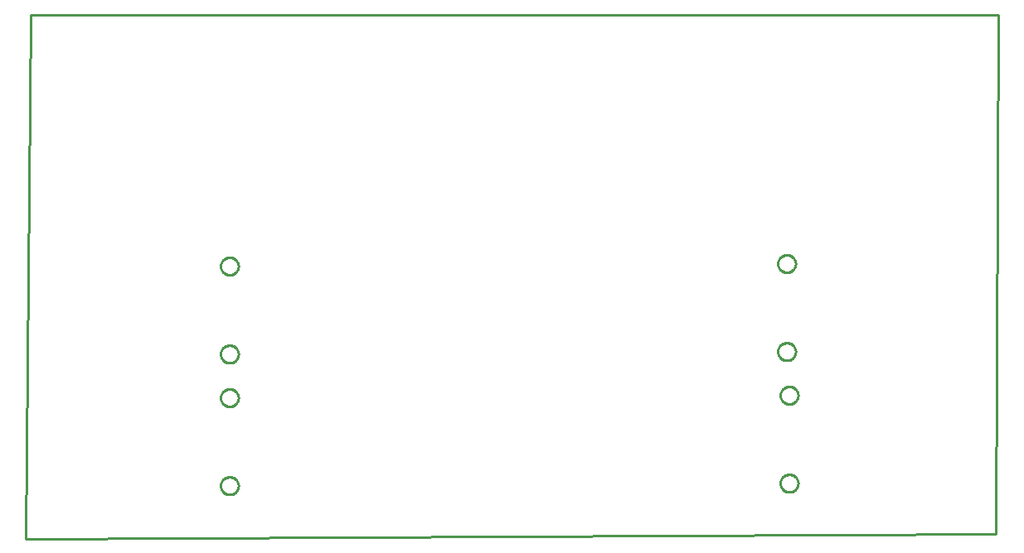
<source format=gbr>
G04 EAGLE Gerber RS-274X export*
G75*
%MOMM*%
%FSLAX34Y34*%
%LPD*%
%IN*%
%IPPOS*%
%AMOC8*
5,1,8,0,0,1.08239X$1,22.5*%
G01*
%ADD10C,0.254000*%


D10*
X0Y76200D02*
X990600Y81280D01*
X993140Y612140D01*
X5080Y612140D01*
X0Y76200D01*
X199263Y355232D02*
X199332Y356016D01*
X199468Y356792D01*
X199672Y357552D01*
X199941Y358292D01*
X200274Y359006D01*
X200668Y359687D01*
X201120Y360332D01*
X201626Y360936D01*
X202182Y361492D01*
X202786Y361998D01*
X203431Y362450D01*
X204112Y362844D01*
X204826Y363177D01*
X205566Y363446D01*
X206327Y363650D01*
X207102Y363786D01*
X207886Y363855D01*
X208674Y363855D01*
X209458Y363786D01*
X210234Y363650D01*
X210994Y363446D01*
X211734Y363177D01*
X212448Y362844D01*
X213129Y362450D01*
X213774Y361998D01*
X214378Y361492D01*
X214934Y360936D01*
X215440Y360332D01*
X215892Y359687D01*
X216286Y359006D01*
X216619Y358292D01*
X216888Y357552D01*
X217092Y356792D01*
X217228Y356016D01*
X217297Y355232D01*
X217297Y354444D01*
X217228Y353660D01*
X217092Y352885D01*
X216888Y352124D01*
X216619Y351384D01*
X216286Y350670D01*
X215892Y349989D01*
X215440Y349344D01*
X214934Y348740D01*
X214378Y348184D01*
X213774Y347678D01*
X213129Y347226D01*
X212448Y346832D01*
X211734Y346499D01*
X210994Y346230D01*
X210234Y346026D01*
X209458Y345890D01*
X208674Y345821D01*
X207886Y345821D01*
X207102Y345890D01*
X206327Y346026D01*
X205566Y346230D01*
X204826Y346499D01*
X204112Y346832D01*
X203431Y347226D01*
X202786Y347678D01*
X202182Y348184D01*
X201626Y348740D01*
X201120Y349344D01*
X200668Y349989D01*
X200274Y350670D01*
X199941Y351384D01*
X199672Y352124D01*
X199468Y352885D01*
X199332Y353660D01*
X199263Y354444D01*
X199263Y355232D01*
X199263Y265316D02*
X199332Y266100D01*
X199468Y266876D01*
X199672Y267636D01*
X199941Y268376D01*
X200274Y269090D01*
X200668Y269771D01*
X201120Y270416D01*
X201626Y271020D01*
X202182Y271576D01*
X202786Y272082D01*
X203431Y272534D01*
X204112Y272928D01*
X204826Y273261D01*
X205566Y273530D01*
X206327Y273734D01*
X207102Y273870D01*
X207886Y273939D01*
X208674Y273939D01*
X209458Y273870D01*
X210234Y273734D01*
X210994Y273530D01*
X211734Y273261D01*
X212448Y272928D01*
X213129Y272534D01*
X213774Y272082D01*
X214378Y271576D01*
X214934Y271020D01*
X215440Y270416D01*
X215892Y269771D01*
X216286Y269090D01*
X216619Y268376D01*
X216888Y267636D01*
X217092Y266876D01*
X217228Y266100D01*
X217297Y265316D01*
X217297Y264528D01*
X217228Y263744D01*
X217092Y262969D01*
X216888Y262208D01*
X216619Y261468D01*
X216286Y260754D01*
X215892Y260073D01*
X215440Y259428D01*
X214934Y258824D01*
X214378Y258268D01*
X213774Y257762D01*
X213129Y257310D01*
X212448Y256916D01*
X211734Y256583D01*
X210994Y256314D01*
X210234Y256110D01*
X209458Y255974D01*
X208674Y255905D01*
X207886Y255905D01*
X207102Y255974D01*
X206327Y256110D01*
X205566Y256314D01*
X204826Y256583D01*
X204112Y256916D01*
X203431Y257310D01*
X202786Y257762D01*
X202182Y258268D01*
X201626Y258824D01*
X201120Y259428D01*
X200668Y260073D01*
X200274Y260754D01*
X199941Y261468D01*
X199672Y262208D01*
X199468Y262969D01*
X199332Y263744D01*
X199263Y264528D01*
X199263Y265316D01*
X786257Y267068D02*
X786188Y266284D01*
X786052Y265509D01*
X785848Y264748D01*
X785579Y264008D01*
X785246Y263294D01*
X784852Y262613D01*
X784400Y261968D01*
X783894Y261364D01*
X783338Y260808D01*
X782734Y260302D01*
X782089Y259850D01*
X781408Y259456D01*
X780694Y259123D01*
X779954Y258854D01*
X779194Y258650D01*
X778418Y258514D01*
X777634Y258445D01*
X776846Y258445D01*
X776062Y258514D01*
X775287Y258650D01*
X774526Y258854D01*
X773786Y259123D01*
X773072Y259456D01*
X772391Y259850D01*
X771746Y260302D01*
X771142Y260808D01*
X770586Y261364D01*
X770080Y261968D01*
X769628Y262613D01*
X769234Y263294D01*
X768901Y264008D01*
X768632Y264748D01*
X768428Y265509D01*
X768292Y266284D01*
X768223Y267068D01*
X768223Y267856D01*
X768292Y268640D01*
X768428Y269416D01*
X768632Y270176D01*
X768901Y270916D01*
X769234Y271630D01*
X769628Y272311D01*
X770080Y272956D01*
X770586Y273560D01*
X771142Y274116D01*
X771746Y274622D01*
X772391Y275074D01*
X773072Y275468D01*
X773786Y275801D01*
X774526Y276070D01*
X775287Y276274D01*
X776062Y276410D01*
X776846Y276479D01*
X777634Y276479D01*
X778418Y276410D01*
X779194Y276274D01*
X779954Y276070D01*
X780694Y275801D01*
X781408Y275468D01*
X782089Y275074D01*
X782734Y274622D01*
X783338Y274116D01*
X783894Y273560D01*
X784400Y272956D01*
X784852Y272311D01*
X785246Y271630D01*
X785579Y270916D01*
X785848Y270176D01*
X786052Y269416D01*
X786188Y268640D01*
X786257Y267856D01*
X786257Y267068D01*
X786257Y356984D02*
X786188Y356200D01*
X786052Y355425D01*
X785848Y354664D01*
X785579Y353924D01*
X785246Y353210D01*
X784852Y352529D01*
X784400Y351884D01*
X783894Y351280D01*
X783338Y350724D01*
X782734Y350218D01*
X782089Y349766D01*
X781408Y349372D01*
X780694Y349039D01*
X779954Y348770D01*
X779194Y348566D01*
X778418Y348430D01*
X777634Y348361D01*
X776846Y348361D01*
X776062Y348430D01*
X775287Y348566D01*
X774526Y348770D01*
X773786Y349039D01*
X773072Y349372D01*
X772391Y349766D01*
X771746Y350218D01*
X771142Y350724D01*
X770586Y351280D01*
X770080Y351884D01*
X769628Y352529D01*
X769234Y353210D01*
X768901Y353924D01*
X768632Y354664D01*
X768428Y355425D01*
X768292Y356200D01*
X768223Y356984D01*
X768223Y357772D01*
X768292Y358556D01*
X768428Y359332D01*
X768632Y360092D01*
X768901Y360832D01*
X769234Y361546D01*
X769628Y362227D01*
X770080Y362872D01*
X770586Y363476D01*
X771142Y364032D01*
X771746Y364538D01*
X772391Y364990D01*
X773072Y365384D01*
X773786Y365717D01*
X774526Y365986D01*
X775287Y366190D01*
X776062Y366326D01*
X776846Y366395D01*
X777634Y366395D01*
X778418Y366326D01*
X779194Y366190D01*
X779954Y365986D01*
X780694Y365717D01*
X781408Y365384D01*
X782089Y364990D01*
X782734Y364538D01*
X783338Y364032D01*
X783894Y363476D01*
X784400Y362872D01*
X784852Y362227D01*
X785246Y361546D01*
X785579Y360832D01*
X785848Y360092D01*
X786052Y359332D01*
X786188Y358556D01*
X786257Y357772D01*
X786257Y356984D01*
X199263Y220612D02*
X199332Y221396D01*
X199468Y222172D01*
X199672Y222932D01*
X199941Y223672D01*
X200274Y224386D01*
X200668Y225067D01*
X201120Y225712D01*
X201626Y226316D01*
X202182Y226872D01*
X202786Y227378D01*
X203431Y227830D01*
X204112Y228224D01*
X204826Y228557D01*
X205566Y228826D01*
X206327Y229030D01*
X207102Y229166D01*
X207886Y229235D01*
X208674Y229235D01*
X209458Y229166D01*
X210234Y229030D01*
X210994Y228826D01*
X211734Y228557D01*
X212448Y228224D01*
X213129Y227830D01*
X213774Y227378D01*
X214378Y226872D01*
X214934Y226316D01*
X215440Y225712D01*
X215892Y225067D01*
X216286Y224386D01*
X216619Y223672D01*
X216888Y222932D01*
X217092Y222172D01*
X217228Y221396D01*
X217297Y220612D01*
X217297Y219824D01*
X217228Y219040D01*
X217092Y218265D01*
X216888Y217504D01*
X216619Y216764D01*
X216286Y216050D01*
X215892Y215369D01*
X215440Y214724D01*
X214934Y214120D01*
X214378Y213564D01*
X213774Y213058D01*
X213129Y212606D01*
X212448Y212212D01*
X211734Y211879D01*
X210994Y211610D01*
X210234Y211406D01*
X209458Y211270D01*
X208674Y211201D01*
X207886Y211201D01*
X207102Y211270D01*
X206327Y211406D01*
X205566Y211610D01*
X204826Y211879D01*
X204112Y212212D01*
X203431Y212606D01*
X202786Y213058D01*
X202182Y213564D01*
X201626Y214120D01*
X201120Y214724D01*
X200668Y215369D01*
X200274Y216050D01*
X199941Y216764D01*
X199672Y217504D01*
X199468Y218265D01*
X199332Y219040D01*
X199263Y219824D01*
X199263Y220612D01*
X199263Y130696D02*
X199332Y131480D01*
X199468Y132256D01*
X199672Y133016D01*
X199941Y133756D01*
X200274Y134470D01*
X200668Y135151D01*
X201120Y135796D01*
X201626Y136400D01*
X202182Y136956D01*
X202786Y137462D01*
X203431Y137914D01*
X204112Y138308D01*
X204826Y138641D01*
X205566Y138910D01*
X206327Y139114D01*
X207102Y139250D01*
X207886Y139319D01*
X208674Y139319D01*
X209458Y139250D01*
X210234Y139114D01*
X210994Y138910D01*
X211734Y138641D01*
X212448Y138308D01*
X213129Y137914D01*
X213774Y137462D01*
X214378Y136956D01*
X214934Y136400D01*
X215440Y135796D01*
X215892Y135151D01*
X216286Y134470D01*
X216619Y133756D01*
X216888Y133016D01*
X217092Y132256D01*
X217228Y131480D01*
X217297Y130696D01*
X217297Y129908D01*
X217228Y129124D01*
X217092Y128349D01*
X216888Y127588D01*
X216619Y126848D01*
X216286Y126134D01*
X215892Y125453D01*
X215440Y124808D01*
X214934Y124204D01*
X214378Y123648D01*
X213774Y123142D01*
X213129Y122690D01*
X212448Y122296D01*
X211734Y121963D01*
X210994Y121694D01*
X210234Y121490D01*
X209458Y121354D01*
X208674Y121285D01*
X207886Y121285D01*
X207102Y121354D01*
X206327Y121490D01*
X205566Y121694D01*
X204826Y121963D01*
X204112Y122296D01*
X203431Y122690D01*
X202786Y123142D01*
X202182Y123648D01*
X201626Y124204D01*
X201120Y124808D01*
X200668Y125453D01*
X200274Y126134D01*
X199941Y126848D01*
X199672Y127588D01*
X199468Y128349D01*
X199332Y129124D01*
X199263Y129908D01*
X199263Y130696D01*
X788797Y132448D02*
X788728Y131664D01*
X788592Y130889D01*
X788388Y130128D01*
X788119Y129388D01*
X787786Y128674D01*
X787392Y127993D01*
X786940Y127348D01*
X786434Y126744D01*
X785878Y126188D01*
X785274Y125682D01*
X784629Y125230D01*
X783948Y124836D01*
X783234Y124503D01*
X782494Y124234D01*
X781734Y124030D01*
X780958Y123894D01*
X780174Y123825D01*
X779386Y123825D01*
X778602Y123894D01*
X777827Y124030D01*
X777066Y124234D01*
X776326Y124503D01*
X775612Y124836D01*
X774931Y125230D01*
X774286Y125682D01*
X773682Y126188D01*
X773126Y126744D01*
X772620Y127348D01*
X772168Y127993D01*
X771774Y128674D01*
X771441Y129388D01*
X771172Y130128D01*
X770968Y130889D01*
X770832Y131664D01*
X770763Y132448D01*
X770763Y133236D01*
X770832Y134020D01*
X770968Y134796D01*
X771172Y135556D01*
X771441Y136296D01*
X771774Y137010D01*
X772168Y137691D01*
X772620Y138336D01*
X773126Y138940D01*
X773682Y139496D01*
X774286Y140002D01*
X774931Y140454D01*
X775612Y140848D01*
X776326Y141181D01*
X777066Y141450D01*
X777827Y141654D01*
X778602Y141790D01*
X779386Y141859D01*
X780174Y141859D01*
X780958Y141790D01*
X781734Y141654D01*
X782494Y141450D01*
X783234Y141181D01*
X783948Y140848D01*
X784629Y140454D01*
X785274Y140002D01*
X785878Y139496D01*
X786434Y138940D01*
X786940Y138336D01*
X787392Y137691D01*
X787786Y137010D01*
X788119Y136296D01*
X788388Y135556D01*
X788592Y134796D01*
X788728Y134020D01*
X788797Y133236D01*
X788797Y132448D01*
X788797Y222364D02*
X788728Y221580D01*
X788592Y220805D01*
X788388Y220044D01*
X788119Y219304D01*
X787786Y218590D01*
X787392Y217909D01*
X786940Y217264D01*
X786434Y216660D01*
X785878Y216104D01*
X785274Y215598D01*
X784629Y215146D01*
X783948Y214752D01*
X783234Y214419D01*
X782494Y214150D01*
X781734Y213946D01*
X780958Y213810D01*
X780174Y213741D01*
X779386Y213741D01*
X778602Y213810D01*
X777827Y213946D01*
X777066Y214150D01*
X776326Y214419D01*
X775612Y214752D01*
X774931Y215146D01*
X774286Y215598D01*
X773682Y216104D01*
X773126Y216660D01*
X772620Y217264D01*
X772168Y217909D01*
X771774Y218590D01*
X771441Y219304D01*
X771172Y220044D01*
X770968Y220805D01*
X770832Y221580D01*
X770763Y222364D01*
X770763Y223152D01*
X770832Y223936D01*
X770968Y224712D01*
X771172Y225472D01*
X771441Y226212D01*
X771774Y226926D01*
X772168Y227607D01*
X772620Y228252D01*
X773126Y228856D01*
X773682Y229412D01*
X774286Y229918D01*
X774931Y230370D01*
X775612Y230764D01*
X776326Y231097D01*
X777066Y231366D01*
X777827Y231570D01*
X778602Y231706D01*
X779386Y231775D01*
X780174Y231775D01*
X780958Y231706D01*
X781734Y231570D01*
X782494Y231366D01*
X783234Y231097D01*
X783948Y230764D01*
X784629Y230370D01*
X785274Y229918D01*
X785878Y229412D01*
X786434Y228856D01*
X786940Y228252D01*
X787392Y227607D01*
X787786Y226926D01*
X788119Y226212D01*
X788388Y225472D01*
X788592Y224712D01*
X788728Y223936D01*
X788797Y223152D01*
X788797Y222364D01*
M02*

</source>
